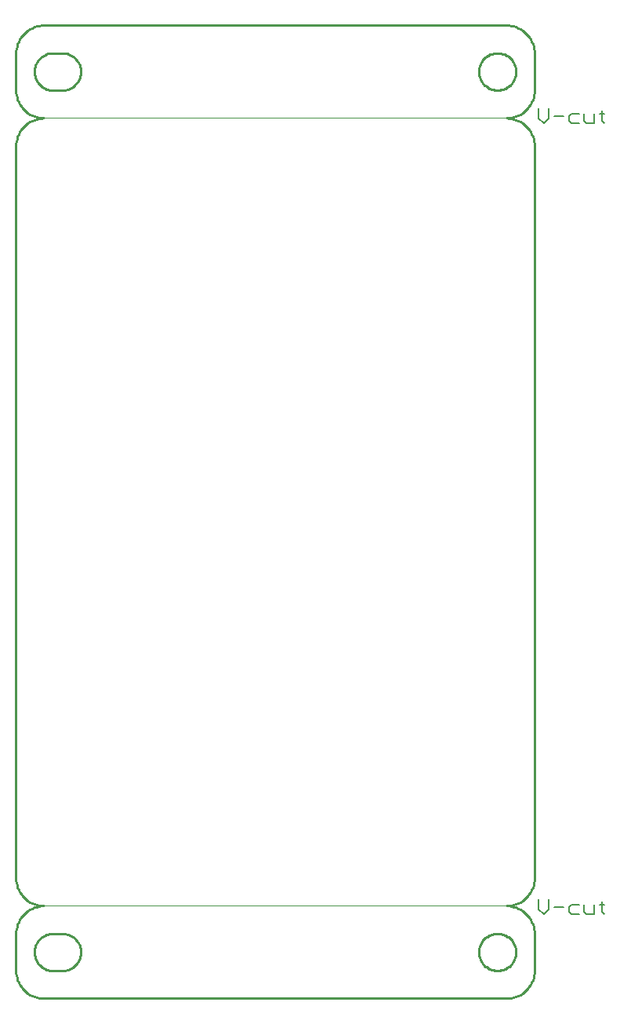
<source format=gko>
G04 EAGLE Gerber RS-274X export*
G75*
%MOMM*%
%FSLAX34Y34*%
%LPD*%
%INBoard Outline*%
%IPPOS*%
%AMOC8*
5,1,8,0,0,1.08239X$1,22.5*%
G01*
%ADD10C,0.000000*%
%ADD11C,0.152400*%
%ADD12C,0.254000*%


D10*
X30000Y0D02*
X530000Y0D01*
X560000Y30000D02*
X560000Y820000D01*
X530000Y850000D02*
X30000Y850000D01*
X0Y820000D02*
X0Y30000D01*
X9Y29275D01*
X35Y28551D01*
X79Y27827D01*
X140Y27105D01*
X219Y26384D01*
X315Y25665D01*
X428Y24949D01*
X559Y24236D01*
X707Y23526D01*
X872Y22821D01*
X1054Y22119D01*
X1253Y21422D01*
X1468Y20729D01*
X1701Y20043D01*
X1950Y19362D01*
X2215Y18687D01*
X2496Y18019D01*
X2794Y17358D01*
X3107Y16704D01*
X3436Y16058D01*
X3781Y15420D01*
X4141Y14791D01*
X4516Y14171D01*
X4906Y13560D01*
X5310Y12958D01*
X5729Y12366D01*
X6163Y11785D01*
X6610Y11214D01*
X7071Y10655D01*
X7545Y10106D01*
X8032Y9570D01*
X8532Y9045D01*
X9045Y8532D01*
X9570Y8032D01*
X10106Y7545D01*
X10655Y7071D01*
X11214Y6610D01*
X11785Y6163D01*
X12366Y5729D01*
X12958Y5310D01*
X13560Y4906D01*
X14171Y4516D01*
X14791Y4141D01*
X15420Y3781D01*
X16058Y3436D01*
X16704Y3107D01*
X17358Y2794D01*
X18019Y2496D01*
X18687Y2215D01*
X19362Y1950D01*
X20043Y1701D01*
X20729Y1468D01*
X21422Y1253D01*
X22119Y1054D01*
X22821Y872D01*
X23526Y707D01*
X24236Y559D01*
X24949Y428D01*
X25665Y315D01*
X26384Y219D01*
X27105Y140D01*
X27827Y79D01*
X28551Y35D01*
X29275Y9D01*
X30000Y0D01*
X530000Y0D02*
X530725Y9D01*
X531449Y35D01*
X532173Y79D01*
X532895Y140D01*
X533616Y219D01*
X534335Y315D01*
X535051Y428D01*
X535764Y559D01*
X536474Y707D01*
X537179Y872D01*
X537881Y1054D01*
X538578Y1253D01*
X539271Y1468D01*
X539957Y1701D01*
X540638Y1950D01*
X541313Y2215D01*
X541981Y2496D01*
X542642Y2794D01*
X543296Y3107D01*
X543942Y3436D01*
X544580Y3781D01*
X545209Y4141D01*
X545829Y4516D01*
X546440Y4906D01*
X547042Y5310D01*
X547634Y5729D01*
X548215Y6163D01*
X548786Y6610D01*
X549345Y7071D01*
X549894Y7545D01*
X550430Y8032D01*
X550955Y8532D01*
X551468Y9045D01*
X551968Y9570D01*
X552455Y10106D01*
X552929Y10655D01*
X553390Y11214D01*
X553837Y11785D01*
X554271Y12366D01*
X554690Y12958D01*
X555094Y13560D01*
X555484Y14171D01*
X555859Y14791D01*
X556219Y15420D01*
X556564Y16058D01*
X556893Y16704D01*
X557206Y17358D01*
X557504Y18019D01*
X557785Y18687D01*
X558050Y19362D01*
X558299Y20043D01*
X558532Y20729D01*
X558747Y21422D01*
X558946Y22119D01*
X559128Y22821D01*
X559293Y23526D01*
X559441Y24236D01*
X559572Y24949D01*
X559685Y25665D01*
X559781Y26384D01*
X559860Y27105D01*
X559921Y27827D01*
X559965Y28551D01*
X559991Y29275D01*
X560000Y30000D01*
X560000Y820000D02*
X559991Y820725D01*
X559965Y821449D01*
X559921Y822173D01*
X559860Y822895D01*
X559781Y823616D01*
X559685Y824335D01*
X559572Y825051D01*
X559441Y825764D01*
X559293Y826474D01*
X559128Y827179D01*
X558946Y827881D01*
X558747Y828578D01*
X558532Y829271D01*
X558299Y829957D01*
X558050Y830638D01*
X557785Y831313D01*
X557504Y831981D01*
X557206Y832642D01*
X556893Y833296D01*
X556564Y833942D01*
X556219Y834580D01*
X555859Y835209D01*
X555484Y835829D01*
X555094Y836440D01*
X554690Y837042D01*
X554271Y837634D01*
X553837Y838215D01*
X553390Y838786D01*
X552929Y839345D01*
X552455Y839894D01*
X551968Y840430D01*
X551468Y840955D01*
X550955Y841468D01*
X550430Y841968D01*
X549894Y842455D01*
X549345Y842929D01*
X548786Y843390D01*
X548215Y843837D01*
X547634Y844271D01*
X547042Y844690D01*
X546440Y845094D01*
X545829Y845484D01*
X545209Y845859D01*
X544580Y846219D01*
X543942Y846564D01*
X543296Y846893D01*
X542642Y847206D01*
X541981Y847504D01*
X541313Y847785D01*
X540638Y848050D01*
X539957Y848299D01*
X539271Y848532D01*
X538578Y848747D01*
X537881Y848946D01*
X537179Y849128D01*
X536474Y849293D01*
X535764Y849441D01*
X535051Y849572D01*
X534335Y849685D01*
X533616Y849781D01*
X532895Y849860D01*
X532173Y849921D01*
X531449Y849965D01*
X530725Y849991D01*
X530000Y850000D01*
X30000Y850000D02*
X29275Y849991D01*
X28551Y849965D01*
X27827Y849921D01*
X27105Y849860D01*
X26384Y849781D01*
X25665Y849685D01*
X24949Y849572D01*
X24236Y849441D01*
X23526Y849293D01*
X22821Y849128D01*
X22119Y848946D01*
X21422Y848747D01*
X20729Y848532D01*
X20043Y848299D01*
X19362Y848050D01*
X18687Y847785D01*
X18019Y847504D01*
X17358Y847206D01*
X16704Y846893D01*
X16058Y846564D01*
X15420Y846219D01*
X14791Y845859D01*
X14171Y845484D01*
X13560Y845094D01*
X12958Y844690D01*
X12366Y844271D01*
X11785Y843837D01*
X11214Y843390D01*
X10655Y842929D01*
X10106Y842455D01*
X9570Y841968D01*
X9045Y841468D01*
X8532Y840955D01*
X8032Y840430D01*
X7545Y839894D01*
X7071Y839345D01*
X6610Y838786D01*
X6163Y838215D01*
X5729Y837634D01*
X5310Y837042D01*
X4906Y836440D01*
X4516Y835829D01*
X4141Y835209D01*
X3781Y834580D01*
X3436Y833942D01*
X3107Y833296D01*
X2794Y832642D01*
X2496Y831981D01*
X2215Y831313D01*
X1950Y830638D01*
X1701Y829957D01*
X1468Y829271D01*
X1253Y828578D01*
X1054Y827881D01*
X872Y827179D01*
X707Y826474D01*
X559Y825764D01*
X428Y825051D01*
X315Y824335D01*
X219Y823616D01*
X140Y822895D01*
X79Y822173D01*
X35Y821449D01*
X9Y820725D01*
X0Y820000D01*
X30000Y850000D02*
X29275Y850009D01*
X28551Y850035D01*
X27827Y850079D01*
X27105Y850140D01*
X26384Y850219D01*
X25665Y850315D01*
X24949Y850428D01*
X24236Y850559D01*
X23526Y850707D01*
X22821Y850872D01*
X22119Y851054D01*
X21422Y851253D01*
X20729Y851468D01*
X20043Y851701D01*
X19362Y851950D01*
X18687Y852215D01*
X18019Y852496D01*
X17358Y852794D01*
X16704Y853107D01*
X16058Y853436D01*
X15420Y853781D01*
X14791Y854141D01*
X14171Y854516D01*
X13560Y854906D01*
X12958Y855310D01*
X12366Y855729D01*
X11785Y856163D01*
X11214Y856610D01*
X10655Y857071D01*
X10106Y857545D01*
X9570Y858032D01*
X9045Y858532D01*
X8532Y859045D01*
X8032Y859570D01*
X7545Y860106D01*
X7071Y860655D01*
X6610Y861214D01*
X6163Y861785D01*
X5729Y862366D01*
X5310Y862958D01*
X4906Y863560D01*
X4516Y864171D01*
X4141Y864791D01*
X3781Y865420D01*
X3436Y866058D01*
X3107Y866704D01*
X2794Y867358D01*
X2496Y868019D01*
X2215Y868687D01*
X1950Y869362D01*
X1701Y870043D01*
X1468Y870729D01*
X1253Y871422D01*
X1054Y872119D01*
X872Y872821D01*
X707Y873526D01*
X559Y874236D01*
X428Y874949D01*
X315Y875665D01*
X219Y876384D01*
X140Y877105D01*
X79Y877827D01*
X35Y878551D01*
X9Y879275D01*
X0Y880000D01*
X0Y920000D01*
X9Y920725D01*
X35Y921449D01*
X79Y922173D01*
X140Y922895D01*
X219Y923616D01*
X315Y924335D01*
X428Y925051D01*
X559Y925764D01*
X707Y926474D01*
X872Y927179D01*
X1054Y927881D01*
X1253Y928578D01*
X1468Y929271D01*
X1701Y929957D01*
X1950Y930638D01*
X2215Y931313D01*
X2496Y931981D01*
X2794Y932642D01*
X3107Y933296D01*
X3436Y933942D01*
X3781Y934580D01*
X4141Y935209D01*
X4516Y935829D01*
X4906Y936440D01*
X5310Y937042D01*
X5729Y937634D01*
X6163Y938215D01*
X6610Y938786D01*
X7071Y939345D01*
X7545Y939894D01*
X8032Y940430D01*
X8532Y940955D01*
X9045Y941468D01*
X9570Y941968D01*
X10106Y942455D01*
X10655Y942929D01*
X11214Y943390D01*
X11785Y943837D01*
X12366Y944271D01*
X12958Y944690D01*
X13560Y945094D01*
X14171Y945484D01*
X14791Y945859D01*
X15420Y946219D01*
X16058Y946564D01*
X16704Y946893D01*
X17358Y947206D01*
X18019Y947504D01*
X18687Y947785D01*
X19362Y948050D01*
X20043Y948299D01*
X20729Y948532D01*
X21422Y948747D01*
X22119Y948946D01*
X22821Y949128D01*
X23526Y949293D01*
X24236Y949441D01*
X24949Y949572D01*
X25665Y949685D01*
X26384Y949781D01*
X27105Y949860D01*
X27827Y949921D01*
X28551Y949965D01*
X29275Y949991D01*
X30000Y950000D01*
X530000Y950000D01*
X530725Y949991D01*
X531449Y949965D01*
X532173Y949921D01*
X532895Y949860D01*
X533616Y949781D01*
X534335Y949685D01*
X535051Y949572D01*
X535764Y949441D01*
X536474Y949293D01*
X537179Y949128D01*
X537881Y948946D01*
X538578Y948747D01*
X539271Y948532D01*
X539957Y948299D01*
X540638Y948050D01*
X541313Y947785D01*
X541981Y947504D01*
X542642Y947206D01*
X543296Y946893D01*
X543942Y946564D01*
X544580Y946219D01*
X545209Y945859D01*
X545829Y945484D01*
X546440Y945094D01*
X547042Y944690D01*
X547634Y944271D01*
X548215Y943837D01*
X548786Y943390D01*
X549345Y942929D01*
X549894Y942455D01*
X550430Y941968D01*
X550955Y941468D01*
X551468Y940955D01*
X551968Y940430D01*
X552455Y939894D01*
X552929Y939345D01*
X553390Y938786D01*
X553837Y938215D01*
X554271Y937634D01*
X554690Y937042D01*
X555094Y936440D01*
X555484Y935829D01*
X555859Y935209D01*
X556219Y934580D01*
X556564Y933942D01*
X556893Y933296D01*
X557206Y932642D01*
X557504Y931981D01*
X557785Y931313D01*
X558050Y930638D01*
X558299Y929957D01*
X558532Y929271D01*
X558747Y928578D01*
X558946Y927881D01*
X559128Y927179D01*
X559293Y926474D01*
X559441Y925764D01*
X559572Y925051D01*
X559685Y924335D01*
X559781Y923616D01*
X559860Y922895D01*
X559921Y922173D01*
X559965Y921449D01*
X559991Y920725D01*
X560000Y920000D01*
X560000Y880000D01*
X559991Y879275D01*
X559965Y878551D01*
X559921Y877827D01*
X559860Y877105D01*
X559781Y876384D01*
X559685Y875665D01*
X559572Y874949D01*
X559441Y874236D01*
X559293Y873526D01*
X559128Y872821D01*
X558946Y872119D01*
X558747Y871422D01*
X558532Y870729D01*
X558299Y870043D01*
X558050Y869362D01*
X557785Y868687D01*
X557504Y868019D01*
X557206Y867358D01*
X556893Y866704D01*
X556564Y866058D01*
X556219Y865420D01*
X555859Y864791D01*
X555484Y864171D01*
X555094Y863560D01*
X554690Y862958D01*
X554271Y862366D01*
X553837Y861785D01*
X553390Y861214D01*
X552929Y860655D01*
X552455Y860106D01*
X551968Y859570D01*
X551468Y859045D01*
X550955Y858532D01*
X550430Y858032D01*
X549894Y857545D01*
X549345Y857071D01*
X548786Y856610D01*
X548215Y856163D01*
X547634Y855729D01*
X547042Y855310D01*
X546440Y854906D01*
X545829Y854516D01*
X545209Y854141D01*
X544580Y853781D01*
X543942Y853436D01*
X543296Y853107D01*
X542642Y852794D01*
X541981Y852496D01*
X541313Y852215D01*
X540638Y851950D01*
X539957Y851701D01*
X539271Y851468D01*
X538578Y851253D01*
X537881Y851054D01*
X537179Y850872D01*
X536474Y850707D01*
X535764Y850559D01*
X535051Y850428D01*
X534335Y850315D01*
X533616Y850219D01*
X532895Y850140D01*
X532173Y850079D01*
X531449Y850035D01*
X530725Y850009D01*
X530000Y850000D01*
X30000Y0D02*
X29275Y-9D01*
X28551Y-35D01*
X27827Y-79D01*
X27105Y-140D01*
X26384Y-219D01*
X25665Y-315D01*
X24949Y-428D01*
X24236Y-559D01*
X23526Y-707D01*
X22821Y-872D01*
X22119Y-1054D01*
X21422Y-1253D01*
X20729Y-1468D01*
X20043Y-1701D01*
X19362Y-1950D01*
X18687Y-2215D01*
X18019Y-2496D01*
X17358Y-2794D01*
X16704Y-3107D01*
X16058Y-3436D01*
X15420Y-3781D01*
X14791Y-4141D01*
X14171Y-4516D01*
X13560Y-4906D01*
X12958Y-5310D01*
X12366Y-5729D01*
X11785Y-6163D01*
X11214Y-6610D01*
X10655Y-7071D01*
X10106Y-7545D01*
X9570Y-8032D01*
X9045Y-8532D01*
X8532Y-9045D01*
X8032Y-9570D01*
X7545Y-10106D01*
X7071Y-10655D01*
X6610Y-11214D01*
X6163Y-11785D01*
X5729Y-12366D01*
X5310Y-12958D01*
X4906Y-13560D01*
X4516Y-14171D01*
X4141Y-14791D01*
X3781Y-15420D01*
X3436Y-16058D01*
X3107Y-16704D01*
X2794Y-17358D01*
X2496Y-18019D01*
X2215Y-18687D01*
X1950Y-19362D01*
X1701Y-20043D01*
X1468Y-20729D01*
X1253Y-21422D01*
X1054Y-22119D01*
X872Y-22821D01*
X707Y-23526D01*
X559Y-24236D01*
X428Y-24949D01*
X315Y-25665D01*
X219Y-26384D01*
X140Y-27105D01*
X79Y-27827D01*
X35Y-28551D01*
X9Y-29275D01*
X0Y-30000D01*
X0Y-70000D01*
X9Y-70725D01*
X35Y-71449D01*
X79Y-72173D01*
X140Y-72895D01*
X219Y-73616D01*
X315Y-74335D01*
X428Y-75051D01*
X559Y-75764D01*
X707Y-76474D01*
X872Y-77179D01*
X1054Y-77881D01*
X1253Y-78578D01*
X1468Y-79271D01*
X1701Y-79957D01*
X1950Y-80638D01*
X2215Y-81313D01*
X2496Y-81981D01*
X2794Y-82642D01*
X3107Y-83296D01*
X3436Y-83942D01*
X3781Y-84580D01*
X4141Y-85209D01*
X4516Y-85829D01*
X4906Y-86440D01*
X5310Y-87042D01*
X5729Y-87634D01*
X6163Y-88215D01*
X6610Y-88786D01*
X7071Y-89345D01*
X7545Y-89894D01*
X8032Y-90430D01*
X8532Y-90955D01*
X9045Y-91468D01*
X9570Y-91968D01*
X10106Y-92455D01*
X10655Y-92929D01*
X11214Y-93390D01*
X11785Y-93837D01*
X12366Y-94271D01*
X12958Y-94690D01*
X13560Y-95094D01*
X14171Y-95484D01*
X14791Y-95859D01*
X15420Y-96219D01*
X16058Y-96564D01*
X16704Y-96893D01*
X17358Y-97206D01*
X18019Y-97504D01*
X18687Y-97785D01*
X19362Y-98050D01*
X20043Y-98299D01*
X20729Y-98532D01*
X21422Y-98747D01*
X22119Y-98946D01*
X22821Y-99128D01*
X23526Y-99293D01*
X24236Y-99441D01*
X24949Y-99572D01*
X25665Y-99685D01*
X26384Y-99781D01*
X27105Y-99860D01*
X27827Y-99921D01*
X28551Y-99965D01*
X29275Y-99991D01*
X30000Y-100000D01*
X530000Y-100000D01*
X530725Y-99991D01*
X531449Y-99965D01*
X532173Y-99921D01*
X532895Y-99860D01*
X533616Y-99781D01*
X534335Y-99685D01*
X535051Y-99572D01*
X535764Y-99441D01*
X536474Y-99293D01*
X537179Y-99128D01*
X537881Y-98946D01*
X538578Y-98747D01*
X539271Y-98532D01*
X539957Y-98299D01*
X540638Y-98050D01*
X541313Y-97785D01*
X541981Y-97504D01*
X542642Y-97206D01*
X543296Y-96893D01*
X543942Y-96564D01*
X544580Y-96219D01*
X545209Y-95859D01*
X545829Y-95484D01*
X546440Y-95094D01*
X547042Y-94690D01*
X547634Y-94271D01*
X548215Y-93837D01*
X548786Y-93390D01*
X549345Y-92929D01*
X549894Y-92455D01*
X550430Y-91968D01*
X550955Y-91468D01*
X551468Y-90955D01*
X551968Y-90430D01*
X552455Y-89894D01*
X552929Y-89345D01*
X553390Y-88786D01*
X553837Y-88215D01*
X554271Y-87634D01*
X554690Y-87042D01*
X555094Y-86440D01*
X555484Y-85829D01*
X555859Y-85209D01*
X556219Y-84580D01*
X556564Y-83942D01*
X556893Y-83296D01*
X557206Y-82642D01*
X557504Y-81981D01*
X557785Y-81313D01*
X558050Y-80638D01*
X558299Y-79957D01*
X558532Y-79271D01*
X558747Y-78578D01*
X558946Y-77881D01*
X559128Y-77179D01*
X559293Y-76474D01*
X559441Y-75764D01*
X559572Y-75051D01*
X559685Y-74335D01*
X559781Y-73616D01*
X559860Y-72895D01*
X559921Y-72173D01*
X559965Y-71449D01*
X559991Y-70725D01*
X560000Y-70000D01*
X560000Y-30000D01*
X559991Y-29275D01*
X559965Y-28551D01*
X559921Y-27827D01*
X559860Y-27105D01*
X559781Y-26384D01*
X559685Y-25665D01*
X559572Y-24949D01*
X559441Y-24236D01*
X559293Y-23526D01*
X559128Y-22821D01*
X558946Y-22119D01*
X558747Y-21422D01*
X558532Y-20729D01*
X558299Y-20043D01*
X558050Y-19362D01*
X557785Y-18687D01*
X557504Y-18019D01*
X557206Y-17358D01*
X556893Y-16704D01*
X556564Y-16058D01*
X556219Y-15420D01*
X555859Y-14791D01*
X555484Y-14171D01*
X555094Y-13560D01*
X554690Y-12958D01*
X554271Y-12366D01*
X553837Y-11785D01*
X553390Y-11214D01*
X552929Y-10655D01*
X552455Y-10106D01*
X551968Y-9570D01*
X551468Y-9045D01*
X550955Y-8532D01*
X550430Y-8032D01*
X549894Y-7545D01*
X549345Y-7071D01*
X548786Y-6610D01*
X548215Y-6163D01*
X547634Y-5729D01*
X547042Y-5310D01*
X546440Y-4906D01*
X545829Y-4516D01*
X545209Y-4141D01*
X544580Y-3781D01*
X543942Y-3436D01*
X543296Y-3107D01*
X542642Y-2794D01*
X541981Y-2496D01*
X541313Y-2215D01*
X540638Y-1950D01*
X539957Y-1701D01*
X539271Y-1468D01*
X538578Y-1253D01*
X537881Y-1054D01*
X537179Y-872D01*
X536474Y-707D01*
X535764Y-559D01*
X535051Y-428D01*
X534335Y-315D01*
X533616Y-219D01*
X532895Y-140D01*
X532173Y-79D01*
X531449Y-35D01*
X530725Y-9D01*
X530000Y0D01*
X500000Y900000D02*
X500006Y900491D01*
X500024Y900981D01*
X500054Y901471D01*
X500096Y901960D01*
X500150Y902448D01*
X500216Y902935D01*
X500294Y903419D01*
X500384Y903902D01*
X500486Y904382D01*
X500599Y904860D01*
X500724Y905334D01*
X500861Y905806D01*
X501009Y906274D01*
X501169Y906738D01*
X501340Y907198D01*
X501522Y907654D01*
X501716Y908105D01*
X501920Y908551D01*
X502136Y908992D01*
X502362Y909428D01*
X502598Y909858D01*
X502845Y910282D01*
X503103Y910700D01*
X503371Y911111D01*
X503648Y911516D01*
X503936Y911914D01*
X504233Y912305D01*
X504540Y912688D01*
X504856Y913063D01*
X505181Y913431D01*
X505515Y913791D01*
X505858Y914142D01*
X506209Y914485D01*
X506569Y914819D01*
X506937Y915144D01*
X507312Y915460D01*
X507695Y915767D01*
X508086Y916064D01*
X508484Y916352D01*
X508889Y916629D01*
X509300Y916897D01*
X509718Y917155D01*
X510142Y917402D01*
X510572Y917638D01*
X511008Y917864D01*
X511449Y918080D01*
X511895Y918284D01*
X512346Y918478D01*
X512802Y918660D01*
X513262Y918831D01*
X513726Y918991D01*
X514194Y919139D01*
X514666Y919276D01*
X515140Y919401D01*
X515618Y919514D01*
X516098Y919616D01*
X516581Y919706D01*
X517065Y919784D01*
X517552Y919850D01*
X518040Y919904D01*
X518529Y919946D01*
X519019Y919976D01*
X519509Y919994D01*
X520000Y920000D01*
X520491Y919994D01*
X520981Y919976D01*
X521471Y919946D01*
X521960Y919904D01*
X522448Y919850D01*
X522935Y919784D01*
X523419Y919706D01*
X523902Y919616D01*
X524382Y919514D01*
X524860Y919401D01*
X525334Y919276D01*
X525806Y919139D01*
X526274Y918991D01*
X526738Y918831D01*
X527198Y918660D01*
X527654Y918478D01*
X528105Y918284D01*
X528551Y918080D01*
X528992Y917864D01*
X529428Y917638D01*
X529858Y917402D01*
X530282Y917155D01*
X530700Y916897D01*
X531111Y916629D01*
X531516Y916352D01*
X531914Y916064D01*
X532305Y915767D01*
X532688Y915460D01*
X533063Y915144D01*
X533431Y914819D01*
X533791Y914485D01*
X534142Y914142D01*
X534485Y913791D01*
X534819Y913431D01*
X535144Y913063D01*
X535460Y912688D01*
X535767Y912305D01*
X536064Y911914D01*
X536352Y911516D01*
X536629Y911111D01*
X536897Y910700D01*
X537155Y910282D01*
X537402Y909858D01*
X537638Y909428D01*
X537864Y908992D01*
X538080Y908551D01*
X538284Y908105D01*
X538478Y907654D01*
X538660Y907198D01*
X538831Y906738D01*
X538991Y906274D01*
X539139Y905806D01*
X539276Y905334D01*
X539401Y904860D01*
X539514Y904382D01*
X539616Y903902D01*
X539706Y903419D01*
X539784Y902935D01*
X539850Y902448D01*
X539904Y901960D01*
X539946Y901471D01*
X539976Y900981D01*
X539994Y900491D01*
X540000Y900000D01*
X539994Y899509D01*
X539976Y899019D01*
X539946Y898529D01*
X539904Y898040D01*
X539850Y897552D01*
X539784Y897065D01*
X539706Y896581D01*
X539616Y896098D01*
X539514Y895618D01*
X539401Y895140D01*
X539276Y894666D01*
X539139Y894194D01*
X538991Y893726D01*
X538831Y893262D01*
X538660Y892802D01*
X538478Y892346D01*
X538284Y891895D01*
X538080Y891449D01*
X537864Y891008D01*
X537638Y890572D01*
X537402Y890142D01*
X537155Y889718D01*
X536897Y889300D01*
X536629Y888889D01*
X536352Y888484D01*
X536064Y888086D01*
X535767Y887695D01*
X535460Y887312D01*
X535144Y886937D01*
X534819Y886569D01*
X534485Y886209D01*
X534142Y885858D01*
X533791Y885515D01*
X533431Y885181D01*
X533063Y884856D01*
X532688Y884540D01*
X532305Y884233D01*
X531914Y883936D01*
X531516Y883648D01*
X531111Y883371D01*
X530700Y883103D01*
X530282Y882845D01*
X529858Y882598D01*
X529428Y882362D01*
X528992Y882136D01*
X528551Y881920D01*
X528105Y881716D01*
X527654Y881522D01*
X527198Y881340D01*
X526738Y881169D01*
X526274Y881009D01*
X525806Y880861D01*
X525334Y880724D01*
X524860Y880599D01*
X524382Y880486D01*
X523902Y880384D01*
X523419Y880294D01*
X522935Y880216D01*
X522448Y880150D01*
X521960Y880096D01*
X521471Y880054D01*
X520981Y880024D01*
X520491Y880006D01*
X520000Y880000D01*
X519509Y880006D01*
X519019Y880024D01*
X518529Y880054D01*
X518040Y880096D01*
X517552Y880150D01*
X517065Y880216D01*
X516581Y880294D01*
X516098Y880384D01*
X515618Y880486D01*
X515140Y880599D01*
X514666Y880724D01*
X514194Y880861D01*
X513726Y881009D01*
X513262Y881169D01*
X512802Y881340D01*
X512346Y881522D01*
X511895Y881716D01*
X511449Y881920D01*
X511008Y882136D01*
X510572Y882362D01*
X510142Y882598D01*
X509718Y882845D01*
X509300Y883103D01*
X508889Y883371D01*
X508484Y883648D01*
X508086Y883936D01*
X507695Y884233D01*
X507312Y884540D01*
X506937Y884856D01*
X506569Y885181D01*
X506209Y885515D01*
X505858Y885858D01*
X505515Y886209D01*
X505181Y886569D01*
X504856Y886937D01*
X504540Y887312D01*
X504233Y887695D01*
X503936Y888086D01*
X503648Y888484D01*
X503371Y888889D01*
X503103Y889300D01*
X502845Y889718D01*
X502598Y890142D01*
X502362Y890572D01*
X502136Y891008D01*
X501920Y891449D01*
X501716Y891895D01*
X501522Y892346D01*
X501340Y892802D01*
X501169Y893262D01*
X501009Y893726D01*
X500861Y894194D01*
X500724Y894666D01*
X500599Y895140D01*
X500486Y895618D01*
X500384Y896098D01*
X500294Y896581D01*
X500216Y897065D01*
X500150Y897552D01*
X500096Y898040D01*
X500054Y898529D01*
X500024Y899019D01*
X500006Y899509D01*
X500000Y900000D01*
X500000Y-50000D02*
X500006Y-49509D01*
X500024Y-49019D01*
X500054Y-48529D01*
X500096Y-48040D01*
X500150Y-47552D01*
X500216Y-47065D01*
X500294Y-46581D01*
X500384Y-46098D01*
X500486Y-45618D01*
X500599Y-45140D01*
X500724Y-44666D01*
X500861Y-44194D01*
X501009Y-43726D01*
X501169Y-43262D01*
X501340Y-42802D01*
X501522Y-42346D01*
X501716Y-41895D01*
X501920Y-41449D01*
X502136Y-41008D01*
X502362Y-40572D01*
X502598Y-40142D01*
X502845Y-39718D01*
X503103Y-39300D01*
X503371Y-38889D01*
X503648Y-38484D01*
X503936Y-38086D01*
X504233Y-37695D01*
X504540Y-37312D01*
X504856Y-36937D01*
X505181Y-36569D01*
X505515Y-36209D01*
X505858Y-35858D01*
X506209Y-35515D01*
X506569Y-35181D01*
X506937Y-34856D01*
X507312Y-34540D01*
X507695Y-34233D01*
X508086Y-33936D01*
X508484Y-33648D01*
X508889Y-33371D01*
X509300Y-33103D01*
X509718Y-32845D01*
X510142Y-32598D01*
X510572Y-32362D01*
X511008Y-32136D01*
X511449Y-31920D01*
X511895Y-31716D01*
X512346Y-31522D01*
X512802Y-31340D01*
X513262Y-31169D01*
X513726Y-31009D01*
X514194Y-30861D01*
X514666Y-30724D01*
X515140Y-30599D01*
X515618Y-30486D01*
X516098Y-30384D01*
X516581Y-30294D01*
X517065Y-30216D01*
X517552Y-30150D01*
X518040Y-30096D01*
X518529Y-30054D01*
X519019Y-30024D01*
X519509Y-30006D01*
X520000Y-30000D01*
X520491Y-30006D01*
X520981Y-30024D01*
X521471Y-30054D01*
X521960Y-30096D01*
X522448Y-30150D01*
X522935Y-30216D01*
X523419Y-30294D01*
X523902Y-30384D01*
X524382Y-30486D01*
X524860Y-30599D01*
X525334Y-30724D01*
X525806Y-30861D01*
X526274Y-31009D01*
X526738Y-31169D01*
X527198Y-31340D01*
X527654Y-31522D01*
X528105Y-31716D01*
X528551Y-31920D01*
X528992Y-32136D01*
X529428Y-32362D01*
X529858Y-32598D01*
X530282Y-32845D01*
X530700Y-33103D01*
X531111Y-33371D01*
X531516Y-33648D01*
X531914Y-33936D01*
X532305Y-34233D01*
X532688Y-34540D01*
X533063Y-34856D01*
X533431Y-35181D01*
X533791Y-35515D01*
X534142Y-35858D01*
X534485Y-36209D01*
X534819Y-36569D01*
X535144Y-36937D01*
X535460Y-37312D01*
X535767Y-37695D01*
X536064Y-38086D01*
X536352Y-38484D01*
X536629Y-38889D01*
X536897Y-39300D01*
X537155Y-39718D01*
X537402Y-40142D01*
X537638Y-40572D01*
X537864Y-41008D01*
X538080Y-41449D01*
X538284Y-41895D01*
X538478Y-42346D01*
X538660Y-42802D01*
X538831Y-43262D01*
X538991Y-43726D01*
X539139Y-44194D01*
X539276Y-44666D01*
X539401Y-45140D01*
X539514Y-45618D01*
X539616Y-46098D01*
X539706Y-46581D01*
X539784Y-47065D01*
X539850Y-47552D01*
X539904Y-48040D01*
X539946Y-48529D01*
X539976Y-49019D01*
X539994Y-49509D01*
X540000Y-50000D01*
X539994Y-50491D01*
X539976Y-50981D01*
X539946Y-51471D01*
X539904Y-51960D01*
X539850Y-52448D01*
X539784Y-52935D01*
X539706Y-53419D01*
X539616Y-53902D01*
X539514Y-54382D01*
X539401Y-54860D01*
X539276Y-55334D01*
X539139Y-55806D01*
X538991Y-56274D01*
X538831Y-56738D01*
X538660Y-57198D01*
X538478Y-57654D01*
X538284Y-58105D01*
X538080Y-58551D01*
X537864Y-58992D01*
X537638Y-59428D01*
X537402Y-59858D01*
X537155Y-60282D01*
X536897Y-60700D01*
X536629Y-61111D01*
X536352Y-61516D01*
X536064Y-61914D01*
X535767Y-62305D01*
X535460Y-62688D01*
X535144Y-63063D01*
X534819Y-63431D01*
X534485Y-63791D01*
X534142Y-64142D01*
X533791Y-64485D01*
X533431Y-64819D01*
X533063Y-65144D01*
X532688Y-65460D01*
X532305Y-65767D01*
X531914Y-66064D01*
X531516Y-66352D01*
X531111Y-66629D01*
X530700Y-66897D01*
X530282Y-67155D01*
X529858Y-67402D01*
X529428Y-67638D01*
X528992Y-67864D01*
X528551Y-68080D01*
X528105Y-68284D01*
X527654Y-68478D01*
X527198Y-68660D01*
X526738Y-68831D01*
X526274Y-68991D01*
X525806Y-69139D01*
X525334Y-69276D01*
X524860Y-69401D01*
X524382Y-69514D01*
X523902Y-69616D01*
X523419Y-69706D01*
X522935Y-69784D01*
X522448Y-69850D01*
X521960Y-69904D01*
X521471Y-69946D01*
X520981Y-69976D01*
X520491Y-69994D01*
X520000Y-70000D01*
X519509Y-69994D01*
X519019Y-69976D01*
X518529Y-69946D01*
X518040Y-69904D01*
X517552Y-69850D01*
X517065Y-69784D01*
X516581Y-69706D01*
X516098Y-69616D01*
X515618Y-69514D01*
X515140Y-69401D01*
X514666Y-69276D01*
X514194Y-69139D01*
X513726Y-68991D01*
X513262Y-68831D01*
X512802Y-68660D01*
X512346Y-68478D01*
X511895Y-68284D01*
X511449Y-68080D01*
X511008Y-67864D01*
X510572Y-67638D01*
X510142Y-67402D01*
X509718Y-67155D01*
X509300Y-66897D01*
X508889Y-66629D01*
X508484Y-66352D01*
X508086Y-66064D01*
X507695Y-65767D01*
X507312Y-65460D01*
X506937Y-65144D01*
X506569Y-64819D01*
X506209Y-64485D01*
X505858Y-64142D01*
X505515Y-63791D01*
X505181Y-63431D01*
X504856Y-63063D01*
X504540Y-62688D01*
X504233Y-62305D01*
X503936Y-61914D01*
X503648Y-61516D01*
X503371Y-61111D01*
X503103Y-60700D01*
X502845Y-60282D01*
X502598Y-59858D01*
X502362Y-59428D01*
X502136Y-58992D01*
X501920Y-58551D01*
X501716Y-58105D01*
X501522Y-57654D01*
X501340Y-57198D01*
X501169Y-56738D01*
X501009Y-56274D01*
X500861Y-55806D01*
X500724Y-55334D01*
X500599Y-54860D01*
X500486Y-54382D01*
X500384Y-53902D01*
X500294Y-53419D01*
X500216Y-52935D01*
X500150Y-52448D01*
X500096Y-51960D01*
X500054Y-51471D01*
X500024Y-50981D01*
X500006Y-50491D01*
X500000Y-50000D01*
X20000Y900000D02*
X20006Y900483D01*
X20023Y900966D01*
X20053Y901449D01*
X20093Y901930D01*
X20146Y902411D01*
X20210Y902890D01*
X20285Y903367D01*
X20373Y903843D01*
X20471Y904316D01*
X20581Y904786D01*
X20702Y905254D01*
X20835Y905719D01*
X20979Y906180D01*
X21134Y906638D01*
X21300Y907092D01*
X21477Y907542D01*
X21664Y907987D01*
X21863Y908428D01*
X22071Y908864D01*
X22291Y909294D01*
X22521Y909720D01*
X22761Y910139D01*
X23011Y910553D01*
X23271Y910960D01*
X23540Y911361D01*
X23820Y911756D01*
X24108Y912143D01*
X24407Y912524D01*
X24714Y912897D01*
X25030Y913262D01*
X25355Y913620D01*
X25688Y913970D01*
X26030Y914312D01*
X26380Y914645D01*
X26738Y914970D01*
X27103Y915286D01*
X27476Y915593D01*
X27857Y915892D01*
X28244Y916180D01*
X28639Y916460D01*
X29040Y916729D01*
X29447Y916989D01*
X29861Y917239D01*
X30280Y917479D01*
X30706Y917709D01*
X31136Y917929D01*
X31572Y918137D01*
X32013Y918336D01*
X32458Y918523D01*
X32908Y918700D01*
X33362Y918866D01*
X33820Y919021D01*
X34281Y919165D01*
X34746Y919298D01*
X35214Y919419D01*
X35684Y919529D01*
X36157Y919627D01*
X36633Y919715D01*
X37110Y919790D01*
X37589Y919854D01*
X38070Y919907D01*
X38551Y919947D01*
X39034Y919977D01*
X39517Y919994D01*
X40000Y920000D01*
X50000Y920000D01*
X50483Y919994D01*
X50966Y919977D01*
X51449Y919947D01*
X51930Y919907D01*
X52411Y919854D01*
X52890Y919790D01*
X53367Y919715D01*
X53843Y919627D01*
X54316Y919529D01*
X54786Y919419D01*
X55254Y919298D01*
X55719Y919165D01*
X56180Y919021D01*
X56638Y918866D01*
X57092Y918700D01*
X57542Y918523D01*
X57987Y918336D01*
X58428Y918137D01*
X58864Y917929D01*
X59294Y917709D01*
X59720Y917479D01*
X60139Y917239D01*
X60553Y916989D01*
X60960Y916729D01*
X61361Y916460D01*
X61756Y916180D01*
X62143Y915892D01*
X62524Y915593D01*
X62897Y915286D01*
X63262Y914970D01*
X63620Y914645D01*
X63970Y914312D01*
X64312Y913970D01*
X64645Y913620D01*
X64970Y913262D01*
X65286Y912897D01*
X65593Y912524D01*
X65892Y912143D01*
X66180Y911756D01*
X66460Y911361D01*
X66729Y910960D01*
X66989Y910553D01*
X67239Y910139D01*
X67479Y909720D01*
X67709Y909294D01*
X67929Y908864D01*
X68137Y908428D01*
X68336Y907987D01*
X68523Y907542D01*
X68700Y907092D01*
X68866Y906638D01*
X69021Y906180D01*
X69165Y905719D01*
X69298Y905254D01*
X69419Y904786D01*
X69529Y904316D01*
X69627Y903843D01*
X69715Y903367D01*
X69790Y902890D01*
X69854Y902411D01*
X69907Y901930D01*
X69947Y901449D01*
X69977Y900966D01*
X69994Y900483D01*
X70000Y900000D01*
X69994Y899517D01*
X69977Y899034D01*
X69947Y898551D01*
X69907Y898070D01*
X69854Y897589D01*
X69790Y897110D01*
X69715Y896633D01*
X69627Y896157D01*
X69529Y895684D01*
X69419Y895214D01*
X69298Y894746D01*
X69165Y894281D01*
X69021Y893820D01*
X68866Y893362D01*
X68700Y892908D01*
X68523Y892458D01*
X68336Y892013D01*
X68137Y891572D01*
X67929Y891136D01*
X67709Y890706D01*
X67479Y890280D01*
X67239Y889861D01*
X66989Y889447D01*
X66729Y889040D01*
X66460Y888639D01*
X66180Y888244D01*
X65892Y887857D01*
X65593Y887476D01*
X65286Y887103D01*
X64970Y886738D01*
X64645Y886380D01*
X64312Y886030D01*
X63970Y885688D01*
X63620Y885355D01*
X63262Y885030D01*
X62897Y884714D01*
X62524Y884407D01*
X62143Y884108D01*
X61756Y883820D01*
X61361Y883540D01*
X60960Y883271D01*
X60553Y883011D01*
X60139Y882761D01*
X59720Y882521D01*
X59294Y882291D01*
X58864Y882071D01*
X58428Y881863D01*
X57987Y881664D01*
X57542Y881477D01*
X57092Y881300D01*
X56638Y881134D01*
X56180Y880979D01*
X55719Y880835D01*
X55254Y880702D01*
X54786Y880581D01*
X54316Y880471D01*
X53843Y880373D01*
X53367Y880285D01*
X52890Y880210D01*
X52411Y880146D01*
X51930Y880093D01*
X51449Y880053D01*
X50966Y880023D01*
X50483Y880006D01*
X50000Y880000D01*
X40000Y880000D01*
X39517Y880006D01*
X39034Y880023D01*
X38551Y880053D01*
X38070Y880093D01*
X37589Y880146D01*
X37110Y880210D01*
X36633Y880285D01*
X36157Y880373D01*
X35684Y880471D01*
X35214Y880581D01*
X34746Y880702D01*
X34281Y880835D01*
X33820Y880979D01*
X33362Y881134D01*
X32908Y881300D01*
X32458Y881477D01*
X32013Y881664D01*
X31572Y881863D01*
X31136Y882071D01*
X30706Y882291D01*
X30280Y882521D01*
X29861Y882761D01*
X29447Y883011D01*
X29040Y883271D01*
X28639Y883540D01*
X28244Y883820D01*
X27857Y884108D01*
X27476Y884407D01*
X27103Y884714D01*
X26738Y885030D01*
X26380Y885355D01*
X26030Y885688D01*
X25688Y886030D01*
X25355Y886380D01*
X25030Y886738D01*
X24714Y887103D01*
X24407Y887476D01*
X24108Y887857D01*
X23820Y888244D01*
X23540Y888639D01*
X23271Y889040D01*
X23011Y889447D01*
X22761Y889861D01*
X22521Y890280D01*
X22291Y890706D01*
X22071Y891136D01*
X21863Y891572D01*
X21664Y892013D01*
X21477Y892458D01*
X21300Y892908D01*
X21134Y893362D01*
X20979Y893820D01*
X20835Y894281D01*
X20702Y894746D01*
X20581Y895214D01*
X20471Y895684D01*
X20373Y896157D01*
X20285Y896633D01*
X20210Y897110D01*
X20146Y897589D01*
X20093Y898070D01*
X20053Y898551D01*
X20023Y899034D01*
X20006Y899517D01*
X20000Y900000D01*
X40000Y-30000D02*
X39517Y-30006D01*
X39034Y-30023D01*
X38551Y-30053D01*
X38070Y-30093D01*
X37589Y-30146D01*
X37110Y-30210D01*
X36633Y-30285D01*
X36157Y-30373D01*
X35684Y-30471D01*
X35214Y-30581D01*
X34746Y-30702D01*
X34281Y-30835D01*
X33820Y-30979D01*
X33362Y-31134D01*
X32908Y-31300D01*
X32458Y-31477D01*
X32013Y-31664D01*
X31572Y-31863D01*
X31136Y-32071D01*
X30706Y-32291D01*
X30280Y-32521D01*
X29861Y-32761D01*
X29447Y-33011D01*
X29040Y-33271D01*
X28639Y-33540D01*
X28244Y-33820D01*
X27857Y-34108D01*
X27476Y-34407D01*
X27103Y-34714D01*
X26738Y-35030D01*
X26380Y-35355D01*
X26030Y-35688D01*
X25688Y-36030D01*
X25355Y-36380D01*
X25030Y-36738D01*
X24714Y-37103D01*
X24407Y-37476D01*
X24108Y-37857D01*
X23820Y-38244D01*
X23540Y-38639D01*
X23271Y-39040D01*
X23011Y-39447D01*
X22761Y-39861D01*
X22521Y-40280D01*
X22291Y-40706D01*
X22071Y-41136D01*
X21863Y-41572D01*
X21664Y-42013D01*
X21477Y-42458D01*
X21300Y-42908D01*
X21134Y-43362D01*
X20979Y-43820D01*
X20835Y-44281D01*
X20702Y-44746D01*
X20581Y-45214D01*
X20471Y-45684D01*
X20373Y-46157D01*
X20285Y-46633D01*
X20210Y-47110D01*
X20146Y-47589D01*
X20093Y-48070D01*
X20053Y-48551D01*
X20023Y-49034D01*
X20006Y-49517D01*
X20000Y-50000D01*
X40000Y-30000D02*
X50000Y-30000D01*
X50483Y-30006D01*
X50966Y-30023D01*
X51449Y-30053D01*
X51930Y-30093D01*
X52411Y-30146D01*
X52890Y-30210D01*
X53367Y-30285D01*
X53843Y-30373D01*
X54316Y-30471D01*
X54786Y-30581D01*
X55254Y-30702D01*
X55719Y-30835D01*
X56180Y-30979D01*
X56638Y-31134D01*
X57092Y-31300D01*
X57542Y-31477D01*
X57987Y-31664D01*
X58428Y-31863D01*
X58864Y-32071D01*
X59294Y-32291D01*
X59720Y-32521D01*
X60139Y-32761D01*
X60553Y-33011D01*
X60960Y-33271D01*
X61361Y-33540D01*
X61756Y-33820D01*
X62143Y-34108D01*
X62524Y-34407D01*
X62897Y-34714D01*
X63262Y-35030D01*
X63620Y-35355D01*
X63970Y-35688D01*
X64312Y-36030D01*
X64645Y-36380D01*
X64970Y-36738D01*
X65286Y-37103D01*
X65593Y-37476D01*
X65892Y-37857D01*
X66180Y-38244D01*
X66460Y-38639D01*
X66729Y-39040D01*
X66989Y-39447D01*
X67239Y-39861D01*
X67479Y-40280D01*
X67709Y-40706D01*
X67929Y-41136D01*
X68137Y-41572D01*
X68336Y-42013D01*
X68523Y-42458D01*
X68700Y-42908D01*
X68866Y-43362D01*
X69021Y-43820D01*
X69165Y-44281D01*
X69298Y-44746D01*
X69419Y-45214D01*
X69529Y-45684D01*
X69627Y-46157D01*
X69715Y-46633D01*
X69790Y-47110D01*
X69854Y-47589D01*
X69907Y-48070D01*
X69947Y-48551D01*
X69977Y-49034D01*
X69994Y-49517D01*
X70000Y-50000D01*
X69994Y-50483D01*
X69977Y-50966D01*
X69947Y-51449D01*
X69907Y-51930D01*
X69854Y-52411D01*
X69790Y-52890D01*
X69715Y-53367D01*
X69627Y-53843D01*
X69529Y-54316D01*
X69419Y-54786D01*
X69298Y-55254D01*
X69165Y-55719D01*
X69021Y-56180D01*
X68866Y-56638D01*
X68700Y-57092D01*
X68523Y-57542D01*
X68336Y-57987D01*
X68137Y-58428D01*
X67929Y-58864D01*
X67709Y-59294D01*
X67479Y-59720D01*
X67239Y-60139D01*
X66989Y-60553D01*
X66729Y-60960D01*
X66460Y-61361D01*
X66180Y-61756D01*
X65892Y-62143D01*
X65593Y-62524D01*
X65286Y-62897D01*
X64970Y-63262D01*
X64645Y-63620D01*
X64312Y-63970D01*
X63970Y-64312D01*
X63620Y-64645D01*
X63262Y-64970D01*
X62897Y-65286D01*
X62524Y-65593D01*
X62143Y-65892D01*
X61756Y-66180D01*
X61361Y-66460D01*
X60960Y-66729D01*
X60553Y-66989D01*
X60139Y-67239D01*
X59720Y-67479D01*
X59294Y-67709D01*
X58864Y-67929D01*
X58428Y-68137D01*
X57987Y-68336D01*
X57542Y-68523D01*
X57092Y-68700D01*
X56638Y-68866D01*
X56180Y-69021D01*
X55719Y-69165D01*
X55254Y-69298D01*
X54786Y-69419D01*
X54316Y-69529D01*
X53843Y-69627D01*
X53367Y-69715D01*
X52890Y-69790D01*
X52411Y-69854D01*
X51930Y-69907D01*
X51449Y-69947D01*
X50966Y-69977D01*
X50483Y-69994D01*
X50000Y-70000D01*
X40000Y-70000D01*
X39517Y-69994D01*
X39034Y-69977D01*
X38551Y-69947D01*
X38070Y-69907D01*
X37589Y-69854D01*
X37110Y-69790D01*
X36633Y-69715D01*
X36157Y-69627D01*
X35684Y-69529D01*
X35214Y-69419D01*
X34746Y-69298D01*
X34281Y-69165D01*
X33820Y-69021D01*
X33362Y-68866D01*
X32908Y-68700D01*
X32458Y-68523D01*
X32013Y-68336D01*
X31572Y-68137D01*
X31136Y-67929D01*
X30706Y-67709D01*
X30280Y-67479D01*
X29861Y-67239D01*
X29447Y-66989D01*
X29040Y-66729D01*
X28639Y-66460D01*
X28244Y-66180D01*
X27857Y-65892D01*
X27476Y-65593D01*
X27103Y-65286D01*
X26738Y-64970D01*
X26380Y-64645D01*
X26030Y-64312D01*
X25688Y-63970D01*
X25355Y-63620D01*
X25030Y-63262D01*
X24714Y-62897D01*
X24407Y-62524D01*
X24108Y-62143D01*
X23820Y-61756D01*
X23540Y-61361D01*
X23271Y-60960D01*
X23011Y-60553D01*
X22761Y-60139D01*
X22521Y-59720D01*
X22291Y-59294D01*
X22071Y-58864D01*
X21863Y-58428D01*
X21664Y-57987D01*
X21477Y-57542D01*
X21300Y-57092D01*
X21134Y-56638D01*
X20979Y-56180D01*
X20835Y-55719D01*
X20702Y-55254D01*
X20581Y-54786D01*
X20471Y-54316D01*
X20373Y-53843D01*
X20285Y-53367D01*
X20210Y-52890D01*
X20146Y-52411D01*
X20093Y-51930D01*
X20053Y-51449D01*
X20023Y-50966D01*
X20006Y-50483D01*
X20000Y-50000D01*
X20000Y900000D02*
X20006Y900483D01*
X20023Y900966D01*
X20053Y901449D01*
X20093Y901930D01*
X20146Y902411D01*
X20210Y902890D01*
X20285Y903367D01*
X20373Y903843D01*
X20471Y904316D01*
X20581Y904786D01*
X20702Y905254D01*
X20835Y905719D01*
X20979Y906180D01*
X21134Y906638D01*
X21300Y907092D01*
X21477Y907542D01*
X21664Y907987D01*
X21863Y908428D01*
X22071Y908864D01*
X22291Y909294D01*
X22521Y909720D01*
X22761Y910139D01*
X23011Y910553D01*
X23271Y910960D01*
X23540Y911361D01*
X23820Y911756D01*
X24108Y912143D01*
X24407Y912524D01*
X24714Y912897D01*
X25030Y913262D01*
X25355Y913620D01*
X25688Y913970D01*
X26030Y914312D01*
X26380Y914645D01*
X26738Y914970D01*
X27103Y915286D01*
X27476Y915593D01*
X27857Y915892D01*
X28244Y916180D01*
X28639Y916460D01*
X29040Y916729D01*
X29447Y916989D01*
X29861Y917239D01*
X30280Y917479D01*
X30706Y917709D01*
X31136Y917929D01*
X31572Y918137D01*
X32013Y918336D01*
X32458Y918523D01*
X32908Y918700D01*
X33362Y918866D01*
X33820Y919021D01*
X34281Y919165D01*
X34746Y919298D01*
X35214Y919419D01*
X35684Y919529D01*
X36157Y919627D01*
X36633Y919715D01*
X37110Y919790D01*
X37589Y919854D01*
X38070Y919907D01*
X38551Y919947D01*
X39034Y919977D01*
X39517Y919994D01*
X40000Y920000D01*
X50000Y920000D01*
X50483Y919994D01*
X50966Y919977D01*
X51449Y919947D01*
X51930Y919907D01*
X52411Y919854D01*
X52890Y919790D01*
X53367Y919715D01*
X53843Y919627D01*
X54316Y919529D01*
X54786Y919419D01*
X55254Y919298D01*
X55719Y919165D01*
X56180Y919021D01*
X56638Y918866D01*
X57092Y918700D01*
X57542Y918523D01*
X57987Y918336D01*
X58428Y918137D01*
X58864Y917929D01*
X59294Y917709D01*
X59720Y917479D01*
X60139Y917239D01*
X60553Y916989D01*
X60960Y916729D01*
X61361Y916460D01*
X61756Y916180D01*
X62143Y915892D01*
X62524Y915593D01*
X62897Y915286D01*
X63262Y914970D01*
X63620Y914645D01*
X63970Y914312D01*
X64312Y913970D01*
X64645Y913620D01*
X64970Y913262D01*
X65286Y912897D01*
X65593Y912524D01*
X65892Y912143D01*
X66180Y911756D01*
X66460Y911361D01*
X66729Y910960D01*
X66989Y910553D01*
X67239Y910139D01*
X67479Y909720D01*
X67709Y909294D01*
X67929Y908864D01*
X68137Y908428D01*
X68336Y907987D01*
X68523Y907542D01*
X68700Y907092D01*
X68866Y906638D01*
X69021Y906180D01*
X69165Y905719D01*
X69298Y905254D01*
X69419Y904786D01*
X69529Y904316D01*
X69627Y903843D01*
X69715Y903367D01*
X69790Y902890D01*
X69854Y902411D01*
X69907Y901930D01*
X69947Y901449D01*
X69977Y900966D01*
X69994Y900483D01*
X70000Y900000D01*
X69994Y899517D01*
X69977Y899034D01*
X69947Y898551D01*
X69907Y898070D01*
X69854Y897589D01*
X69790Y897110D01*
X69715Y896633D01*
X69627Y896157D01*
X69529Y895684D01*
X69419Y895214D01*
X69298Y894746D01*
X69165Y894281D01*
X69021Y893820D01*
X68866Y893362D01*
X68700Y892908D01*
X68523Y892458D01*
X68336Y892013D01*
X68137Y891572D01*
X67929Y891136D01*
X67709Y890706D01*
X67479Y890280D01*
X67239Y889861D01*
X66989Y889447D01*
X66729Y889040D01*
X66460Y888639D01*
X66180Y888244D01*
X65892Y887857D01*
X65593Y887476D01*
X65286Y887103D01*
X64970Y886738D01*
X64645Y886380D01*
X64312Y886030D01*
X63970Y885688D01*
X63620Y885355D01*
X63262Y885030D01*
X62897Y884714D01*
X62524Y884407D01*
X62143Y884108D01*
X61756Y883820D01*
X61361Y883540D01*
X60960Y883271D01*
X60553Y883011D01*
X60139Y882761D01*
X59720Y882521D01*
X59294Y882291D01*
X58864Y882071D01*
X58428Y881863D01*
X57987Y881664D01*
X57542Y881477D01*
X57092Y881300D01*
X56638Y881134D01*
X56180Y880979D01*
X55719Y880835D01*
X55254Y880702D01*
X54786Y880581D01*
X54316Y880471D01*
X53843Y880373D01*
X53367Y880285D01*
X52890Y880210D01*
X52411Y880146D01*
X51930Y880093D01*
X51449Y880053D01*
X50966Y880023D01*
X50483Y880006D01*
X50000Y880000D01*
X40000Y880000D01*
X39517Y880006D01*
X39034Y880023D01*
X38551Y880053D01*
X38070Y880093D01*
X37589Y880146D01*
X37110Y880210D01*
X36633Y880285D01*
X36157Y880373D01*
X35684Y880471D01*
X35214Y880581D01*
X34746Y880702D01*
X34281Y880835D01*
X33820Y880979D01*
X33362Y881134D01*
X32908Y881300D01*
X32458Y881477D01*
X32013Y881664D01*
X31572Y881863D01*
X31136Y882071D01*
X30706Y882291D01*
X30280Y882521D01*
X29861Y882761D01*
X29447Y883011D01*
X29040Y883271D01*
X28639Y883540D01*
X28244Y883820D01*
X27857Y884108D01*
X27476Y884407D01*
X27103Y884714D01*
X26738Y885030D01*
X26380Y885355D01*
X26030Y885688D01*
X25688Y886030D01*
X25355Y886380D01*
X25030Y886738D01*
X24714Y887103D01*
X24407Y887476D01*
X24108Y887857D01*
X23820Y888244D01*
X23540Y888639D01*
X23271Y889040D01*
X23011Y889447D01*
X22761Y889861D01*
X22521Y890280D01*
X22291Y890706D01*
X22071Y891136D01*
X21863Y891572D01*
X21664Y892013D01*
X21477Y892458D01*
X21300Y892908D01*
X21134Y893362D01*
X20979Y893820D01*
X20835Y894281D01*
X20702Y894746D01*
X20581Y895214D01*
X20471Y895684D01*
X20373Y896157D01*
X20285Y896633D01*
X20210Y897110D01*
X20146Y897589D01*
X20093Y898070D01*
X20053Y898551D01*
X20023Y899034D01*
X20006Y899517D01*
X20000Y900000D01*
X40000Y-30000D02*
X39517Y-30006D01*
X39034Y-30023D01*
X38551Y-30053D01*
X38070Y-30093D01*
X37589Y-30146D01*
X37110Y-30210D01*
X36633Y-30285D01*
X36157Y-30373D01*
X35684Y-30471D01*
X35214Y-30581D01*
X34746Y-30702D01*
X34281Y-30835D01*
X33820Y-30979D01*
X33362Y-31134D01*
X32908Y-31300D01*
X32458Y-31477D01*
X32013Y-31664D01*
X31572Y-31863D01*
X31136Y-32071D01*
X30706Y-32291D01*
X30280Y-32521D01*
X29861Y-32761D01*
X29447Y-33011D01*
X29040Y-33271D01*
X28639Y-33540D01*
X28244Y-33820D01*
X27857Y-34108D01*
X27476Y-34407D01*
X27103Y-34714D01*
X26738Y-35030D01*
X26380Y-35355D01*
X26030Y-35688D01*
X25688Y-36030D01*
X25355Y-36380D01*
X25030Y-36738D01*
X24714Y-37103D01*
X24407Y-37476D01*
X24108Y-37857D01*
X23820Y-38244D01*
X23540Y-38639D01*
X23271Y-39040D01*
X23011Y-39447D01*
X22761Y-39861D01*
X22521Y-40280D01*
X22291Y-40706D01*
X22071Y-41136D01*
X21863Y-41572D01*
X21664Y-42013D01*
X21477Y-42458D01*
X21300Y-42908D01*
X21134Y-43362D01*
X20979Y-43820D01*
X20835Y-44281D01*
X20702Y-44746D01*
X20581Y-45214D01*
X20471Y-45684D01*
X20373Y-46157D01*
X20285Y-46633D01*
X20210Y-47110D01*
X20146Y-47589D01*
X20093Y-48070D01*
X20053Y-48551D01*
X20023Y-49034D01*
X20006Y-49517D01*
X20000Y-50000D01*
X40000Y-30000D02*
X50000Y-30000D01*
X50483Y-30006D01*
X50966Y-30023D01*
X51449Y-30053D01*
X51930Y-30093D01*
X52411Y-30146D01*
X52890Y-30210D01*
X53367Y-30285D01*
X53843Y-30373D01*
X54316Y-30471D01*
X54786Y-30581D01*
X55254Y-30702D01*
X55719Y-30835D01*
X56180Y-30979D01*
X56638Y-31134D01*
X57092Y-31300D01*
X57542Y-31477D01*
X57987Y-31664D01*
X58428Y-31863D01*
X58864Y-32071D01*
X59294Y-32291D01*
X59720Y-32521D01*
X60139Y-32761D01*
X60553Y-33011D01*
X60960Y-33271D01*
X61361Y-33540D01*
X61756Y-33820D01*
X62143Y-34108D01*
X62524Y-34407D01*
X62897Y-34714D01*
X63262Y-35030D01*
X63620Y-35355D01*
X63970Y-35688D01*
X64312Y-36030D01*
X64645Y-36380D01*
X64970Y-36738D01*
X65286Y-37103D01*
X65593Y-37476D01*
X65892Y-37857D01*
X66180Y-38244D01*
X66460Y-38639D01*
X66729Y-39040D01*
X66989Y-39447D01*
X67239Y-39861D01*
X67479Y-40280D01*
X67709Y-40706D01*
X67929Y-41136D01*
X68137Y-41572D01*
X68336Y-42013D01*
X68523Y-42458D01*
X68700Y-42908D01*
X68866Y-43362D01*
X69021Y-43820D01*
X69165Y-44281D01*
X69298Y-44746D01*
X69419Y-45214D01*
X69529Y-45684D01*
X69627Y-46157D01*
X69715Y-46633D01*
X69790Y-47110D01*
X69854Y-47589D01*
X69907Y-48070D01*
X69947Y-48551D01*
X69977Y-49034D01*
X69994Y-49517D01*
X70000Y-50000D01*
X69994Y-50483D01*
X69977Y-50966D01*
X69947Y-51449D01*
X69907Y-51930D01*
X69854Y-52411D01*
X69790Y-52890D01*
X69715Y-53367D01*
X69627Y-53843D01*
X69529Y-54316D01*
X69419Y-54786D01*
X69298Y-55254D01*
X69165Y-55719D01*
X69021Y-56180D01*
X68866Y-56638D01*
X68700Y-57092D01*
X68523Y-57542D01*
X68336Y-57987D01*
X68137Y-58428D01*
X67929Y-58864D01*
X67709Y-59294D01*
X67479Y-59720D01*
X67239Y-60139D01*
X66989Y-60553D01*
X66729Y-60960D01*
X66460Y-61361D01*
X66180Y-61756D01*
X65892Y-62143D01*
X65593Y-62524D01*
X65286Y-62897D01*
X64970Y-63262D01*
X64645Y-63620D01*
X64312Y-63970D01*
X63970Y-64312D01*
X63620Y-64645D01*
X63262Y-64970D01*
X62897Y-65286D01*
X62524Y-65593D01*
X62143Y-65892D01*
X61756Y-66180D01*
X61361Y-66460D01*
X60960Y-66729D01*
X60553Y-66989D01*
X60139Y-67239D01*
X59720Y-67479D01*
X59294Y-67709D01*
X58864Y-67929D01*
X58428Y-68137D01*
X57987Y-68336D01*
X57542Y-68523D01*
X57092Y-68700D01*
X56638Y-68866D01*
X56180Y-69021D01*
X55719Y-69165D01*
X55254Y-69298D01*
X54786Y-69419D01*
X54316Y-69529D01*
X53843Y-69627D01*
X53367Y-69715D01*
X52890Y-69790D01*
X52411Y-69854D01*
X51930Y-69907D01*
X51449Y-69947D01*
X50966Y-69977D01*
X50483Y-69994D01*
X50000Y-70000D01*
X40000Y-70000D01*
X39517Y-69994D01*
X39034Y-69977D01*
X38551Y-69947D01*
X38070Y-69907D01*
X37589Y-69854D01*
X37110Y-69790D01*
X36633Y-69715D01*
X36157Y-69627D01*
X35684Y-69529D01*
X35214Y-69419D01*
X34746Y-69298D01*
X34281Y-69165D01*
X33820Y-69021D01*
X33362Y-68866D01*
X32908Y-68700D01*
X32458Y-68523D01*
X32013Y-68336D01*
X31572Y-68137D01*
X31136Y-67929D01*
X30706Y-67709D01*
X30280Y-67479D01*
X29861Y-67239D01*
X29447Y-66989D01*
X29040Y-66729D01*
X28639Y-66460D01*
X28244Y-66180D01*
X27857Y-65892D01*
X27476Y-65593D01*
X27103Y-65286D01*
X26738Y-64970D01*
X26380Y-64645D01*
X26030Y-64312D01*
X25688Y-63970D01*
X25355Y-63620D01*
X25030Y-63262D01*
X24714Y-62897D01*
X24407Y-62524D01*
X24108Y-62143D01*
X23820Y-61756D01*
X23540Y-61361D01*
X23271Y-60960D01*
X23011Y-60553D01*
X22761Y-60139D01*
X22521Y-59720D01*
X22291Y-59294D01*
X22071Y-58864D01*
X21863Y-58428D01*
X21664Y-57987D01*
X21477Y-57542D01*
X21300Y-57092D01*
X21134Y-56638D01*
X20979Y-56180D01*
X20835Y-55719D01*
X20702Y-55254D01*
X20581Y-54786D01*
X20471Y-54316D01*
X20373Y-53843D01*
X20285Y-53367D01*
X20210Y-52890D01*
X20146Y-52411D01*
X20093Y-51930D01*
X20053Y-51449D01*
X20023Y-50966D01*
X20006Y-50483D01*
X20000Y-50000D01*
D11*
X564642Y849465D02*
X564642Y860312D01*
X564642Y849465D02*
X570065Y844042D01*
X575489Y849465D01*
X575489Y860312D01*
X581014Y852177D02*
X591860Y852177D01*
X600097Y854889D02*
X608232Y854889D01*
X600097Y854889D02*
X597385Y852177D01*
X597385Y846754D01*
X600097Y844042D01*
X608232Y844042D01*
X613757Y846754D02*
X613757Y854889D01*
X613757Y846754D02*
X616468Y844042D01*
X624603Y844042D01*
X624603Y854889D01*
X632840Y857600D02*
X632840Y846754D01*
X635552Y844042D01*
X635552Y854889D02*
X630128Y854889D01*
X564642Y6872D02*
X564642Y-3975D01*
X570065Y-9398D01*
X575489Y-3975D01*
X575489Y6872D01*
X581014Y-1263D02*
X591860Y-1263D01*
X600097Y1449D02*
X608232Y1449D01*
X600097Y1449D02*
X597385Y-1263D01*
X597385Y-6686D01*
X600097Y-9398D01*
X608232Y-9398D01*
X613757Y-6686D02*
X613757Y1449D01*
X613757Y-6686D02*
X616468Y-9398D01*
X624603Y-9398D01*
X624603Y1449D01*
X632840Y4160D02*
X632840Y-6686D01*
X635552Y-9398D01*
X635552Y1449D02*
X630128Y1449D01*
D12*
X0Y-70000D02*
X114Y-72615D01*
X456Y-75209D01*
X1022Y-77765D01*
X1809Y-80261D01*
X2811Y-82679D01*
X4019Y-85000D01*
X5425Y-87207D01*
X7019Y-89284D01*
X8787Y-91213D01*
X10716Y-92981D01*
X12793Y-94575D01*
X15000Y-95981D01*
X17321Y-97189D01*
X19739Y-98191D01*
X22235Y-98978D01*
X24791Y-99544D01*
X27385Y-99886D01*
X30000Y-100000D01*
X530000Y-100000D01*
X532615Y-99886D01*
X535209Y-99544D01*
X537765Y-98978D01*
X540261Y-98191D01*
X542679Y-97189D01*
X545000Y-95981D01*
X547207Y-94575D01*
X549284Y-92981D01*
X551213Y-91213D01*
X552981Y-89284D01*
X554575Y-87207D01*
X555981Y-85000D01*
X557189Y-82679D01*
X558191Y-80261D01*
X558978Y-77765D01*
X559544Y-75209D01*
X559886Y-72615D01*
X560000Y-70000D01*
X560000Y-30000D01*
X559886Y-27385D01*
X559544Y-24791D01*
X558978Y-22235D01*
X558191Y-19739D01*
X557189Y-17321D01*
X555981Y-15000D01*
X554575Y-12793D01*
X552981Y-10716D01*
X551213Y-8787D01*
X549284Y-7019D01*
X547207Y-5425D01*
X545000Y-4019D01*
X542679Y-2811D01*
X540261Y-1809D01*
X537765Y-1022D01*
X535209Y-456D01*
X532615Y-114D01*
X530000Y0D01*
X532615Y114D01*
X535209Y456D01*
X537765Y1022D01*
X540261Y1809D01*
X542679Y2811D01*
X545000Y4019D01*
X547207Y5425D01*
X549284Y7019D01*
X551213Y8787D01*
X552981Y10716D01*
X554575Y12793D01*
X555981Y15000D01*
X557189Y17321D01*
X558191Y19739D01*
X558978Y22235D01*
X559544Y24791D01*
X559886Y27385D01*
X560000Y30000D01*
X560000Y820000D01*
X559886Y822615D01*
X559544Y825209D01*
X558978Y827765D01*
X558191Y830261D01*
X557189Y832679D01*
X555981Y835000D01*
X554575Y837207D01*
X552981Y839284D01*
X551213Y841213D01*
X549284Y842981D01*
X547207Y844575D01*
X545000Y845981D01*
X542679Y847189D01*
X540261Y848191D01*
X537765Y848978D01*
X535209Y849544D01*
X532615Y849886D01*
X530000Y850000D01*
X532615Y850114D01*
X535209Y850456D01*
X537765Y851022D01*
X540261Y851809D01*
X542679Y852811D01*
X545000Y854019D01*
X547207Y855425D01*
X549284Y857019D01*
X551213Y858787D01*
X552981Y860716D01*
X554575Y862793D01*
X555981Y865000D01*
X557189Y867321D01*
X558191Y869739D01*
X558978Y872235D01*
X559544Y874791D01*
X559886Y877385D01*
X560000Y880000D01*
X560000Y920000D01*
X559886Y922615D01*
X559544Y925209D01*
X558978Y927765D01*
X558191Y930261D01*
X557189Y932679D01*
X555981Y935000D01*
X554575Y937207D01*
X552981Y939284D01*
X551213Y941213D01*
X549284Y942981D01*
X547207Y944575D01*
X545000Y945981D01*
X542679Y947189D01*
X540261Y948191D01*
X537765Y948978D01*
X535209Y949544D01*
X532615Y949886D01*
X530000Y950000D01*
X30000Y950000D01*
X27385Y949886D01*
X24791Y949544D01*
X22235Y948978D01*
X19739Y948191D01*
X17321Y947189D01*
X15000Y945981D01*
X12793Y944575D01*
X10716Y942981D01*
X8787Y941213D01*
X7019Y939284D01*
X5425Y937207D01*
X4019Y935000D01*
X2811Y932679D01*
X1809Y930261D01*
X1022Y927765D01*
X456Y925209D01*
X114Y922615D01*
X0Y920000D01*
X0Y880000D01*
X114Y877385D01*
X456Y874791D01*
X1022Y872235D01*
X1809Y869739D01*
X2811Y867321D01*
X4019Y865000D01*
X5425Y862793D01*
X7019Y860716D01*
X8787Y858787D01*
X10716Y857019D01*
X12793Y855425D01*
X15000Y854019D01*
X17321Y852811D01*
X19739Y851809D01*
X22235Y851022D01*
X24791Y850456D01*
X27385Y850114D01*
X30000Y850000D01*
X27385Y849886D01*
X24791Y849544D01*
X22235Y848978D01*
X19739Y848191D01*
X17321Y847189D01*
X15000Y845981D01*
X12793Y844575D01*
X10716Y842981D01*
X8787Y841213D01*
X7019Y839284D01*
X5425Y837207D01*
X4019Y835000D01*
X2811Y832679D01*
X1809Y830261D01*
X1022Y827765D01*
X456Y825209D01*
X114Y822615D01*
X0Y820000D01*
X0Y30000D01*
X114Y27385D01*
X456Y24791D01*
X1022Y22235D01*
X1809Y19739D01*
X2811Y17321D01*
X4019Y15000D01*
X5425Y12793D01*
X7019Y10716D01*
X8787Y8787D01*
X10716Y7019D01*
X12793Y5425D01*
X15000Y4019D01*
X17321Y2811D01*
X19739Y1809D01*
X22235Y1022D01*
X24791Y456D01*
X27385Y114D01*
X30000Y0D01*
X27385Y-114D01*
X24791Y-456D01*
X22235Y-1022D01*
X19739Y-1809D01*
X17321Y-2811D01*
X15000Y-4019D01*
X12793Y-5425D01*
X10716Y-7019D01*
X8787Y-8787D01*
X7019Y-10716D01*
X5425Y-12793D01*
X4019Y-15000D01*
X2811Y-17321D01*
X1809Y-19739D01*
X1022Y-22235D01*
X456Y-24791D01*
X114Y-27385D01*
X0Y-30000D01*
X0Y-70000D01*
X20000Y-50000D02*
X20076Y-51743D01*
X20304Y-53473D01*
X20681Y-55176D01*
X21206Y-56840D01*
X21874Y-58452D01*
X22680Y-60000D01*
X23617Y-61472D01*
X24679Y-62856D01*
X25858Y-64142D01*
X27144Y-65321D01*
X28528Y-66383D01*
X30000Y-67321D01*
X31548Y-68126D01*
X33160Y-68794D01*
X34824Y-69319D01*
X36527Y-69696D01*
X38257Y-69924D01*
X40000Y-70000D01*
X50000Y-70000D01*
X51743Y-69924D01*
X53473Y-69696D01*
X55176Y-69319D01*
X56840Y-68794D01*
X58452Y-68126D01*
X60000Y-67321D01*
X61472Y-66383D01*
X62856Y-65321D01*
X64142Y-64142D01*
X65321Y-62856D01*
X66383Y-61472D01*
X67321Y-60000D01*
X68126Y-58452D01*
X68794Y-56840D01*
X69319Y-55176D01*
X69696Y-53473D01*
X69924Y-51743D01*
X70000Y-50000D01*
X69924Y-48257D01*
X69696Y-46527D01*
X69319Y-44824D01*
X68794Y-43160D01*
X68126Y-41548D01*
X67321Y-40000D01*
X66383Y-38528D01*
X65321Y-37144D01*
X64142Y-35858D01*
X62856Y-34679D01*
X61472Y-33617D01*
X60000Y-32680D01*
X58452Y-31874D01*
X56840Y-31206D01*
X55176Y-30681D01*
X53473Y-30304D01*
X51743Y-30076D01*
X50000Y-30000D01*
X40000Y-30000D01*
X38257Y-30076D01*
X36527Y-30304D01*
X34824Y-30681D01*
X33160Y-31206D01*
X31548Y-31874D01*
X30000Y-32680D01*
X28528Y-33617D01*
X27144Y-34679D01*
X25858Y-35858D01*
X24679Y-37144D01*
X23617Y-38528D01*
X22680Y-40000D01*
X21874Y-41548D01*
X21206Y-43160D01*
X20681Y-44824D01*
X20304Y-46527D01*
X20076Y-48257D01*
X20000Y-50000D01*
X20000Y900000D02*
X20076Y898257D01*
X20304Y896527D01*
X20681Y894824D01*
X21206Y893160D01*
X21874Y891548D01*
X22680Y890000D01*
X23617Y888528D01*
X24679Y887144D01*
X25858Y885858D01*
X27144Y884679D01*
X28528Y883617D01*
X30000Y882680D01*
X31548Y881874D01*
X33160Y881206D01*
X34824Y880681D01*
X36527Y880304D01*
X38257Y880076D01*
X40000Y880000D01*
X50000Y880000D01*
X51743Y880076D01*
X53473Y880304D01*
X55176Y880681D01*
X56840Y881206D01*
X58452Y881874D01*
X60000Y882680D01*
X61472Y883617D01*
X62856Y884679D01*
X64142Y885858D01*
X65321Y887144D01*
X66383Y888528D01*
X67321Y890000D01*
X68126Y891548D01*
X68794Y893160D01*
X69319Y894824D01*
X69696Y896527D01*
X69924Y898257D01*
X70000Y900000D01*
X69924Y901743D01*
X69696Y903473D01*
X69319Y905176D01*
X68794Y906840D01*
X68126Y908452D01*
X67321Y910000D01*
X66383Y911472D01*
X65321Y912856D01*
X64142Y914142D01*
X62856Y915321D01*
X61472Y916383D01*
X60000Y917321D01*
X58452Y918126D01*
X56840Y918794D01*
X55176Y919319D01*
X53473Y919696D01*
X51743Y919924D01*
X50000Y920000D01*
X40000Y920000D01*
X38257Y919924D01*
X36527Y919696D01*
X34824Y919319D01*
X33160Y918794D01*
X31548Y918126D01*
X30000Y917321D01*
X28528Y916383D01*
X27144Y915321D01*
X25858Y914142D01*
X24679Y912856D01*
X23617Y911472D01*
X22680Y910000D01*
X21874Y908452D01*
X21206Y906840D01*
X20681Y905176D01*
X20304Y903473D01*
X20076Y901743D01*
X20000Y900000D01*
X20000Y-50000D02*
X20076Y-51743D01*
X20304Y-53473D01*
X20681Y-55176D01*
X21206Y-56840D01*
X21874Y-58452D01*
X22680Y-60000D01*
X23617Y-61472D01*
X24679Y-62856D01*
X25858Y-64142D01*
X27144Y-65321D01*
X28528Y-66383D01*
X30000Y-67321D01*
X31548Y-68126D01*
X33160Y-68794D01*
X34824Y-69319D01*
X36527Y-69696D01*
X38257Y-69924D01*
X40000Y-70000D01*
X50000Y-70000D01*
X51743Y-69924D01*
X53473Y-69696D01*
X55176Y-69319D01*
X56840Y-68794D01*
X58452Y-68126D01*
X60000Y-67321D01*
X61472Y-66383D01*
X62856Y-65321D01*
X64142Y-64142D01*
X65321Y-62856D01*
X66383Y-61472D01*
X67321Y-60000D01*
X68126Y-58452D01*
X68794Y-56840D01*
X69319Y-55176D01*
X69696Y-53473D01*
X69924Y-51743D01*
X70000Y-50000D01*
X69924Y-48257D01*
X69696Y-46527D01*
X69319Y-44824D01*
X68794Y-43160D01*
X68126Y-41548D01*
X67321Y-40000D01*
X66383Y-38528D01*
X65321Y-37144D01*
X64142Y-35858D01*
X62856Y-34679D01*
X61472Y-33617D01*
X60000Y-32680D01*
X58452Y-31874D01*
X56840Y-31206D01*
X55176Y-30681D01*
X53473Y-30304D01*
X51743Y-30076D01*
X50000Y-30000D01*
X40000Y-30000D01*
X38257Y-30076D01*
X36527Y-30304D01*
X34824Y-30681D01*
X33160Y-31206D01*
X31548Y-31874D01*
X30000Y-32680D01*
X28528Y-33617D01*
X27144Y-34679D01*
X25858Y-35858D01*
X24679Y-37144D01*
X23617Y-38528D01*
X22680Y-40000D01*
X21874Y-41548D01*
X21206Y-43160D01*
X20681Y-44824D01*
X20304Y-46527D01*
X20076Y-48257D01*
X20000Y-50000D01*
X20000Y900000D02*
X20076Y898257D01*
X20304Y896527D01*
X20681Y894824D01*
X21206Y893160D01*
X21874Y891548D01*
X22680Y890000D01*
X23617Y888528D01*
X24679Y887144D01*
X25858Y885858D01*
X27144Y884679D01*
X28528Y883617D01*
X30000Y882680D01*
X31548Y881874D01*
X33160Y881206D01*
X34824Y880681D01*
X36527Y880304D01*
X38257Y880076D01*
X40000Y880000D01*
X50000Y880000D01*
X51743Y880076D01*
X53473Y880304D01*
X55176Y880681D01*
X56840Y881206D01*
X58452Y881874D01*
X60000Y882680D01*
X61472Y883617D01*
X62856Y884679D01*
X64142Y885858D01*
X65321Y887144D01*
X66383Y888528D01*
X67321Y890000D01*
X68126Y891548D01*
X68794Y893160D01*
X69319Y894824D01*
X69696Y896527D01*
X69924Y898257D01*
X70000Y900000D01*
X69924Y901743D01*
X69696Y903473D01*
X69319Y905176D01*
X68794Y906840D01*
X68126Y908452D01*
X67321Y910000D01*
X66383Y911472D01*
X65321Y912856D01*
X64142Y914142D01*
X62856Y915321D01*
X61472Y916383D01*
X60000Y917321D01*
X58452Y918126D01*
X56840Y918794D01*
X55176Y919319D01*
X53473Y919696D01*
X51743Y919924D01*
X50000Y920000D01*
X40000Y920000D01*
X38257Y919924D01*
X36527Y919696D01*
X34824Y919319D01*
X33160Y918794D01*
X31548Y918126D01*
X30000Y917321D01*
X28528Y916383D01*
X27144Y915321D01*
X25858Y914142D01*
X24679Y912856D01*
X23617Y911472D01*
X22680Y910000D01*
X21874Y908452D01*
X21206Y906840D01*
X20681Y905176D01*
X20304Y903473D01*
X20076Y901743D01*
X20000Y900000D01*
X540000Y899396D02*
X539927Y898189D01*
X539781Y896989D01*
X539563Y895800D01*
X539274Y894627D01*
X538915Y893473D01*
X538486Y892343D01*
X537990Y891241D01*
X537428Y890170D01*
X536803Y889136D01*
X536116Y888141D01*
X535371Y887190D01*
X534569Y886285D01*
X533715Y885431D01*
X532810Y884629D01*
X531859Y883884D01*
X530864Y883197D01*
X529830Y882572D01*
X528759Y882010D01*
X527657Y881514D01*
X526527Y881085D01*
X525373Y880726D01*
X524200Y880437D01*
X523011Y880219D01*
X521811Y880073D01*
X520604Y880000D01*
X519396Y880000D01*
X518189Y880073D01*
X516989Y880219D01*
X515800Y880437D01*
X514627Y880726D01*
X513473Y881085D01*
X512343Y881514D01*
X511241Y882010D01*
X510170Y882572D01*
X509136Y883197D01*
X508141Y883884D01*
X507190Y884629D01*
X506285Y885431D01*
X505431Y886285D01*
X504629Y887190D01*
X503884Y888141D01*
X503197Y889136D01*
X502572Y890170D01*
X502010Y891241D01*
X501514Y892343D01*
X501085Y893473D01*
X500726Y894627D01*
X500437Y895800D01*
X500219Y896989D01*
X500073Y898189D01*
X500000Y899396D01*
X500000Y900604D01*
X500073Y901811D01*
X500219Y903011D01*
X500437Y904200D01*
X500726Y905373D01*
X501085Y906527D01*
X501514Y907657D01*
X502010Y908759D01*
X502572Y909830D01*
X503197Y910864D01*
X503884Y911859D01*
X504629Y912810D01*
X505431Y913715D01*
X506285Y914569D01*
X507190Y915371D01*
X508141Y916116D01*
X509136Y916803D01*
X510170Y917428D01*
X511241Y917990D01*
X512343Y918486D01*
X513473Y918915D01*
X514627Y919274D01*
X515800Y919563D01*
X516989Y919781D01*
X518189Y919927D01*
X519396Y920000D01*
X520604Y920000D01*
X521811Y919927D01*
X523011Y919781D01*
X524200Y919563D01*
X525373Y919274D01*
X526527Y918915D01*
X527657Y918486D01*
X528759Y917990D01*
X529830Y917428D01*
X530864Y916803D01*
X531859Y916116D01*
X532810Y915371D01*
X533715Y914569D01*
X534569Y913715D01*
X535371Y912810D01*
X536116Y911859D01*
X536803Y910864D01*
X537428Y909830D01*
X537990Y908759D01*
X538486Y907657D01*
X538915Y906527D01*
X539274Y905373D01*
X539563Y904200D01*
X539781Y903011D01*
X539927Y901811D01*
X540000Y900604D01*
X540000Y899396D01*
X540000Y-50604D02*
X539927Y-51811D01*
X539781Y-53011D01*
X539563Y-54200D01*
X539274Y-55373D01*
X538915Y-56527D01*
X538486Y-57657D01*
X537990Y-58759D01*
X537428Y-59830D01*
X536803Y-60864D01*
X536116Y-61859D01*
X535371Y-62810D01*
X534569Y-63715D01*
X533715Y-64569D01*
X532810Y-65371D01*
X531859Y-66116D01*
X530864Y-66803D01*
X529830Y-67428D01*
X528759Y-67990D01*
X527657Y-68486D01*
X526527Y-68915D01*
X525373Y-69274D01*
X524200Y-69563D01*
X523011Y-69781D01*
X521811Y-69927D01*
X520604Y-70000D01*
X519396Y-70000D01*
X518189Y-69927D01*
X516989Y-69781D01*
X515800Y-69563D01*
X514627Y-69274D01*
X513473Y-68915D01*
X512343Y-68486D01*
X511241Y-67990D01*
X510170Y-67428D01*
X509136Y-66803D01*
X508141Y-66116D01*
X507190Y-65371D01*
X506285Y-64569D01*
X505431Y-63715D01*
X504629Y-62810D01*
X503884Y-61859D01*
X503197Y-60864D01*
X502572Y-59830D01*
X502010Y-58759D01*
X501514Y-57657D01*
X501085Y-56527D01*
X500726Y-55373D01*
X500437Y-54200D01*
X500219Y-53011D01*
X500073Y-51811D01*
X500000Y-50604D01*
X500000Y-49396D01*
X500073Y-48189D01*
X500219Y-46989D01*
X500437Y-45800D01*
X500726Y-44627D01*
X501085Y-43473D01*
X501514Y-42343D01*
X502010Y-41241D01*
X502572Y-40170D01*
X503197Y-39136D01*
X503884Y-38141D01*
X504629Y-37190D01*
X505431Y-36285D01*
X506285Y-35431D01*
X507190Y-34629D01*
X508141Y-33884D01*
X509136Y-33197D01*
X510170Y-32572D01*
X511241Y-32010D01*
X512343Y-31514D01*
X513473Y-31085D01*
X514627Y-30726D01*
X515800Y-30437D01*
X516989Y-30219D01*
X518189Y-30073D01*
X519396Y-30000D01*
X520604Y-30000D01*
X521811Y-30073D01*
X523011Y-30219D01*
X524200Y-30437D01*
X525373Y-30726D01*
X526527Y-31085D01*
X527657Y-31514D01*
X528759Y-32010D01*
X529830Y-32572D01*
X530864Y-33197D01*
X531859Y-33884D01*
X532810Y-34629D01*
X533715Y-35431D01*
X534569Y-36285D01*
X535371Y-37190D01*
X536116Y-38141D01*
X536803Y-39136D01*
X537428Y-40170D01*
X537990Y-41241D01*
X538486Y-42343D01*
X538915Y-43473D01*
X539274Y-44627D01*
X539563Y-45800D01*
X539781Y-46989D01*
X539927Y-48189D01*
X540000Y-49396D01*
X540000Y-50604D01*
M02*

</source>
